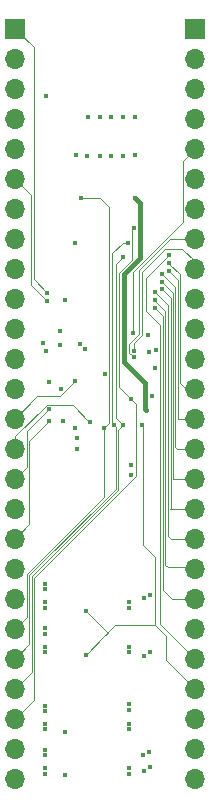
<source format=gbr>
%TF.GenerationSoftware,KiCad,Pcbnew,(5.1.7-0-10_14)*%
%TF.CreationDate,2020-11-21T21:11:40+00:00*%
%TF.ProjectId,carrier,63617272-6965-4722-9e6b-696361645f70,0.1*%
%TF.SameCoordinates,Original*%
%TF.FileFunction,Copper,L4,Bot*%
%TF.FilePolarity,Positive*%
%FSLAX46Y46*%
G04 Gerber Fmt 4.6, Leading zero omitted, Abs format (unit mm)*
G04 Created by KiCad (PCBNEW (5.1.7-0-10_14)) date 2020-11-21 21:11:40*
%MOMM*%
%LPD*%
G01*
G04 APERTURE LIST*
%TA.AperFunction,ComponentPad*%
%ADD10O,1.700000X1.700000*%
%TD*%
%TA.AperFunction,ComponentPad*%
%ADD11R,1.700000X1.700000*%
%TD*%
%TA.AperFunction,ViaPad*%
%ADD12C,0.450000*%
%TD*%
%TA.AperFunction,Conductor*%
%ADD13C,0.450000*%
%TD*%
%TA.AperFunction,Conductor*%
%ADD14C,0.100000*%
%TD*%
G04 APERTURE END LIST*
D10*
%TO.P,J2,26*%
%TO.N,ext_vddio*%
X76350000Y-114290000D03*
%TO.P,J2,25*%
%TO.N,ext_1v8*%
X76350000Y-111750000D03*
%TO.P,J2,24*%
%TO.N,ext_3v3*%
X76350000Y-109210000D03*
%TO.P,J2,23*%
%TO.N,gpio*%
X76350000Y-106670000D03*
%TO.P,J2,22*%
%TO.N,resetb*%
X76350000Y-104130000D03*
%TO.P,J2,21*%
%TO.N,clock*%
X76350000Y-101590000D03*
%TO.P,J2,20*%
%TO.N,mprj_io[0]*%
X76350000Y-99050000D03*
%TO.P,J2,19*%
%TO.N,mprj_io[1]*%
X76350000Y-96510000D03*
%TO.P,J2,18*%
%TO.N,mprj_io[2]*%
X76350000Y-93970000D03*
%TO.P,J2,17*%
%TO.N,mprj_io[3]*%
X76350000Y-91430000D03*
%TO.P,J2,16*%
%TO.N,mprj_io[4]*%
X76350000Y-88890000D03*
%TO.P,J2,15*%
%TO.N,mprj_io[5]*%
X76350000Y-86350000D03*
%TO.P,J2,14*%
%TO.N,mprj_io[6]*%
X76350000Y-83810000D03*
%TO.P,J2,13*%
%TO.N,mprj_io[7]*%
X76350000Y-81270000D03*
%TO.P,J2,12*%
%TO.N,mprj_io[8]*%
X76350000Y-78730000D03*
%TO.P,J2,11*%
%TO.N,mprj_io[9]*%
X76350000Y-76190000D03*
%TO.P,J2,10*%
%TO.N,mprj_io[10]*%
X76350000Y-73650000D03*
%TO.P,J2,9*%
%TO.N,mprj_io[11]*%
X76350000Y-71110000D03*
%TO.P,J2,8*%
%TO.N,mprj_io[12]*%
X76350000Y-68570000D03*
%TO.P,J2,7*%
%TO.N,mprj_io[13]*%
X76350000Y-66030000D03*
%TO.P,J2,6*%
%TO.N,mprj_io[14]*%
X76350000Y-63490000D03*
%TO.P,J2,5*%
%TO.N,mprj_io[15]*%
X76350000Y-60950000D03*
%TO.P,J2,4*%
%TO.N,mprj_io[16]*%
X76350000Y-58410000D03*
%TO.P,J2,3*%
%TO.N,mprj_io[17]*%
X76350000Y-55870000D03*
%TO.P,J2,2*%
%TO.N,mprj_io[18]*%
X76350000Y-53330000D03*
D11*
%TO.P,J2,1*%
%TO.N,+5V*%
X76350000Y-50790000D03*
%TD*%
D10*
%TO.P,J1,26*%
%TO.N,GND*%
X61110000Y-114290000D03*
%TO.P,J1,25*%
%TO.N,Net-(J1-Pad25)*%
X61110000Y-111750000D03*
%TO.P,J1,24*%
%TO.N,flash_clk*%
X61110000Y-109210000D03*
%TO.P,J1,23*%
%TO.N,flash_io1*%
X61110000Y-106670000D03*
%TO.P,J1,22*%
%TO.N,flash_io0*%
X61110000Y-104130000D03*
%TO.P,J1,21*%
%TO.N,flash_csb*%
X61110000Y-101590000D03*
%TO.P,J1,20*%
%TO.N,GND*%
X61110000Y-99050000D03*
%TO.P,J1,19*%
%TO.N,mprj_io[37]*%
X61110000Y-96510000D03*
%TO.P,J1,18*%
%TO.N,mprj_io[36]*%
X61110000Y-93970000D03*
%TO.P,J1,17*%
%TO.N,mprj_io[35]*%
X61110000Y-91430000D03*
%TO.P,J1,16*%
%TO.N,mprj_io[34]*%
X61110000Y-88890000D03*
%TO.P,J1,15*%
%TO.N,mprj_io[33]*%
X61110000Y-86350000D03*
%TO.P,J1,14*%
%TO.N,mprj_io[32]*%
X61110000Y-83810000D03*
%TO.P,J1,13*%
%TO.N,mprj_io[31]*%
X61110000Y-81270000D03*
%TO.P,J1,12*%
%TO.N,mprj_io[30]*%
X61110000Y-78730000D03*
%TO.P,J1,11*%
%TO.N,mprj_io[29]*%
X61110000Y-76190000D03*
%TO.P,J1,10*%
%TO.N,mprj_io[28]*%
X61110000Y-73650000D03*
%TO.P,J1,9*%
%TO.N,mprj_io[27]*%
X61110000Y-71110000D03*
%TO.P,J1,8*%
%TO.N,mprj_io[26]*%
X61110000Y-68570000D03*
%TO.P,J1,7*%
%TO.N,mprj_io[25]*%
X61110000Y-66030000D03*
%TO.P,J1,6*%
%TO.N,mprj_io[24]*%
X61110000Y-63490000D03*
%TO.P,J1,5*%
%TO.N,mprj_io[23]*%
X61110000Y-60950000D03*
%TO.P,J1,4*%
%TO.N,mprj_io[22]*%
X61110000Y-58410000D03*
%TO.P,J1,3*%
%TO.N,mprj_io[21]*%
X61110000Y-55870000D03*
%TO.P,J1,2*%
%TO.N,mprj_io[20]*%
X61110000Y-53330000D03*
D11*
%TO.P,J1,1*%
%TO.N,mprj_io[19]*%
X61110000Y-50790000D03*
%TD*%
D12*
%TO.N,vdda*%
X72480000Y-112000000D03*
%TO.N,flash_csb*%
X68680000Y-84600000D03*
%TO.N,vdda*%
X71270000Y-65095000D03*
%TO.N,vddio*%
X72530000Y-113300000D03*
X72030000Y-113600000D03*
%TO.N,vccd1*%
X72530000Y-103600000D03*
X72030000Y-103900000D03*
%TO.N,vdda1*%
X72530000Y-98750000D03*
X72030000Y-99000000D03*
%TO.N,GND*%
X63630000Y-113850000D03*
X70780000Y-113400000D03*
X63680000Y-113400000D03*
X70730000Y-113850000D03*
%TO.N,+5V*%
X63630000Y-112300000D03*
X63680000Y-111850000D03*
%TO.N,GND*%
X63630000Y-110100000D03*
X70780000Y-109650000D03*
X63680000Y-109650000D03*
X70730000Y-110100000D03*
%TO.N,+5V*%
X63630000Y-108550000D03*
X63680000Y-108100000D03*
%TO.N,GND*%
X63630000Y-103550000D03*
X70780000Y-103100000D03*
X63680000Y-103100000D03*
X70730000Y-103550000D03*
%TO.N,+5V*%
X63630000Y-102000000D03*
X63680000Y-101550000D03*
X63630000Y-98250000D03*
X63680000Y-97800000D03*
%TO.N,vdda1*%
X72430000Y-78200000D03*
%TO.N,GND*%
X67005000Y-77875000D03*
X63730000Y-78100000D03*
%TO.N,vddio*%
X64930000Y-77550000D03*
%TO.N,vccd1*%
X64930000Y-76400000D03*
%TO.N,GND*%
X63980000Y-80725000D03*
%TO.N,vdda1*%
X64980000Y-81275000D03*
%TO.N,GND*%
X72730000Y-81900000D03*
%TO.N,vdda*%
X72230000Y-83050000D03*
%TO.N,GND*%
X68730000Y-80000000D03*
X70780000Y-99350000D03*
X70730000Y-99800000D03*
X63680000Y-99350000D03*
X63630000Y-99800000D03*
X70930000Y-88550000D03*
X70930000Y-87750000D03*
X65155000Y-84025000D03*
X66190000Y-68905000D03*
X66605000Y-77475000D03*
X63455010Y-77400000D03*
X71230000Y-61500000D03*
X73030000Y-78000000D03*
X72980010Y-79500000D03*
%TO.N,resetb*%
X74130000Y-69950000D03*
%TO.N,mprj_io[6]*%
X74130000Y-71300000D03*
%TO.N,mprj_io[5]*%
X73530000Y-71550000D03*
%TO.N,mprj_io[4]*%
X73530000Y-72200000D03*
%TO.N,mprj_io[3]*%
X73530000Y-72850000D03*
%TO.N,mprj_io[2]*%
X72930000Y-73100000D03*
%TO.N,mprj_io[1]*%
X72930000Y-73750000D03*
%TO.N,mprj_io[0]*%
X72930000Y-74400000D03*
%TO.N,mprj_io[7]*%
X74130000Y-70650000D03*
%TO.N,vddio*%
X65330000Y-73800000D03*
%TO.N,vccd*%
X70730000Y-108000000D03*
X70730000Y-108500000D03*
%TO.N,flash_io1*%
X70230000Y-84350000D03*
%TO.N,gpio*%
X71880000Y-84350000D03*
%TO.N,mprj_io[24]*%
X63855000Y-73850000D03*
%TO.N,mprj_io[19]*%
X63855000Y-73125000D03*
%TO.N,mprj_io[32]*%
X66205000Y-80625000D03*
%TO.N,vccd*%
X66155000Y-84575000D03*
%TO.N,vdda*%
X66330000Y-85450000D03*
X66330000Y-86350000D03*
%TO.N,+5V*%
X65330000Y-114000000D03*
X65330000Y-110300000D03*
X63730000Y-56500000D03*
%TO.N,mprj_io[11]*%
X71155000Y-78050000D03*
%TO.N,vdda*%
X71980000Y-112250000D03*
%TO.N,vccd1*%
X72330000Y-76700000D03*
%TO.N,vddio*%
X66230000Y-61500000D03*
%TO.N,gpio*%
X67080000Y-103800000D03*
X67080000Y-100050000D03*
%TO.N,flash_io0*%
X70655000Y-68900000D03*
X69454990Y-84350000D03*
%TO.N,flash_csb*%
X66680000Y-65100000D03*
%TO.N,flash_io1*%
X70280000Y-70100000D03*
%TO.N,resetb*%
X71280000Y-58300000D03*
%TO.N,mprj_io[2]*%
X68280000Y-61550000D03*
%TO.N,mprj_io[1]*%
X67280000Y-58300000D03*
%TO.N,mprj_io[36]*%
X64005000Y-84025000D03*
%TO.N,mprj_io[4]*%
X69230000Y-61550000D03*
%TO.N,mprj_io[3]*%
X68280000Y-58300000D03*
%TO.N,flash_clk*%
X70930000Y-82100000D03*
X71180000Y-67650000D03*
%TO.N,mprj_io[33]*%
X67430004Y-84050000D03*
%TO.N,mprj_io[34]*%
X63954998Y-83025000D03*
%TO.N,mprj_io[6]*%
X70280000Y-61550000D03*
%TO.N,mprj_io[5]*%
X69230000Y-58300000D03*
%TO.N,mprj_io[0]*%
X67230000Y-61550000D03*
%TO.N,mprj_io[7]*%
X70280000Y-58300000D03*
%TO.N,mprj_io[12]*%
X71180000Y-78624990D03*
%TO.N,mprj_io[15]*%
X71080000Y-76575010D03*
%TD*%
D13*
%TO.N,vdda*%
X71730001Y-70180343D02*
X71730001Y-65555001D01*
X72130000Y-80800000D02*
X70330000Y-79000000D01*
X71730001Y-65555001D02*
X71270000Y-65095000D01*
X72130000Y-82950000D02*
X72130000Y-80800000D01*
X72230000Y-83050000D02*
X72130000Y-82950000D01*
X70330000Y-71580344D02*
X71730001Y-70180343D01*
X70330000Y-79000000D02*
X70330000Y-71580344D01*
D14*
%TO.N,gpio*%
X68680000Y-102200000D02*
X67080000Y-103800000D01*
X72930000Y-95500000D02*
X72930000Y-101250000D01*
X71930000Y-94500000D02*
X72930000Y-95500000D01*
X72930000Y-101250000D02*
X73880000Y-102200000D01*
X71930000Y-84400000D02*
X71930000Y-94500000D01*
X71880000Y-84350000D02*
X71930000Y-84400000D01*
X69580000Y-101300000D02*
X68680000Y-102200000D01*
X72980000Y-101300000D02*
X69580000Y-101300000D01*
X73880000Y-102200000D02*
X72980000Y-101300000D01*
X68955000Y-101925000D02*
X67080000Y-100050000D01*
X68680000Y-102200000D02*
X68955000Y-101925000D01*
X73880000Y-104200000D02*
X76350000Y-106670000D01*
X73880000Y-102200000D02*
X73880000Y-104200000D01*
%TO.N,flash_io0*%
X69630000Y-89750000D02*
X69630000Y-84525010D01*
X62330000Y-102910000D02*
X62330000Y-97050000D01*
X61110000Y-104130000D02*
X62330000Y-102910000D01*
X69630000Y-84525010D02*
X69454990Y-84350000D01*
X62330000Y-97050000D02*
X69630000Y-89750000D01*
X70230000Y-68900000D02*
X70655000Y-68900000D01*
X69330000Y-69800000D02*
X70230000Y-68900000D01*
X69330000Y-84225010D02*
X69330000Y-69800000D01*
X69454990Y-84350000D02*
X69330000Y-84225010D01*
%TO.N,flash_csb*%
X69105001Y-70474999D02*
X69105001Y-70400000D01*
X68280000Y-65100000D02*
X66680000Y-65100000D01*
X69105001Y-65925001D02*
X68280000Y-65100000D01*
X69105001Y-70474999D02*
X69105001Y-65925001D01*
X62110001Y-100589999D02*
X61110000Y-101590000D01*
X68680000Y-84600000D02*
X68680000Y-90417142D01*
X68680000Y-90417142D02*
X62110001Y-96987141D01*
X62110001Y-96987141D02*
X62110001Y-100589999D01*
X69105001Y-84174999D02*
X69105001Y-70474999D01*
X68680000Y-84600000D02*
X69105001Y-84174999D01*
%TO.N,resetb*%
X72204999Y-71875001D02*
X74130000Y-69950000D01*
X73405001Y-75875001D02*
X72204999Y-74674999D01*
X73405001Y-101185001D02*
X73405001Y-75875001D01*
X72204999Y-74674999D02*
X72204999Y-71875001D01*
X76350000Y-104130000D02*
X73405001Y-101185001D01*
%TO.N,mprj_io[2]*%
X74030000Y-74200000D02*
X73030000Y-73200000D01*
X74030000Y-93724979D02*
X74030000Y-74200000D01*
X74275021Y-93970000D02*
X74030000Y-93724979D01*
X76350000Y-93970000D02*
X74275021Y-93970000D01*
%TO.N,mprj_io[1]*%
X73830000Y-96200000D02*
X73830000Y-74700000D01*
X73830000Y-74700000D02*
X72830000Y-73700000D01*
X76350000Y-96510000D02*
X76350000Y-96680000D01*
X76350000Y-96680000D02*
X76070000Y-96400000D01*
X74030000Y-96400000D02*
X73830000Y-96200000D01*
X76070000Y-96400000D02*
X74030000Y-96400000D01*
%TO.N,flash_io1*%
X69830000Y-84750000D02*
X70230000Y-84350000D01*
X69830000Y-89850000D02*
X69830000Y-84750000D01*
X62530010Y-97149990D02*
X69830000Y-89850000D01*
X62530010Y-105249990D02*
X62530010Y-97149990D01*
X61110000Y-106670000D02*
X62530010Y-105249990D01*
X69630000Y-70750000D02*
X70280000Y-70100000D01*
X69630000Y-83750000D02*
X69630000Y-70750000D01*
X70230000Y-84350000D02*
X69630000Y-83750000D01*
%TO.N,mprj_io[36]*%
X62330000Y-92750000D02*
X62330000Y-85700000D01*
X62330000Y-85700000D02*
X64005000Y-84025000D01*
X61110000Y-93970000D02*
X62330000Y-92750000D01*
%TO.N,mprj_io[4]*%
X74480000Y-88850000D02*
X74480000Y-73150000D01*
X74520000Y-88890000D02*
X74480000Y-88850000D01*
X74480000Y-73150000D02*
X73530000Y-72200000D01*
X76350000Y-88890000D02*
X74520000Y-88890000D01*
%TO.N,mprj_io[3]*%
X74280000Y-73600000D02*
X73530000Y-72850000D01*
X74280000Y-91410000D02*
X74280000Y-73600000D01*
X74260000Y-91430000D02*
X74280000Y-91410000D01*
X76350000Y-91430000D02*
X74260000Y-91430000D01*
%TO.N,flash_clk*%
X62730020Y-107589980D02*
X61110000Y-109210000D01*
X62730020Y-97299980D02*
X62730020Y-107589980D01*
X71380000Y-88650000D02*
X62730020Y-97299980D01*
X71380000Y-82550000D02*
X71380000Y-88650000D01*
X69930000Y-81100000D02*
X71380000Y-82550000D01*
X69930000Y-71450000D02*
X69930000Y-81100000D01*
X71030001Y-67749999D02*
X71030001Y-70349999D01*
X71180000Y-67650000D02*
X71130000Y-67650000D01*
X71130000Y-67650000D02*
X71030001Y-67749999D01*
X71030001Y-70349999D02*
X69930000Y-71450000D01*
%TO.N,mprj_io[33]*%
X61110000Y-85314996D02*
X61110000Y-86350000D01*
X66004999Y-82649999D02*
X63774997Y-82649999D01*
X67405000Y-84050000D02*
X66004999Y-82649999D01*
X63774997Y-82649999D02*
X61110000Y-85314996D01*
X67430004Y-84050000D02*
X67405000Y-84050000D01*
%TO.N,mprj_io[34]*%
X62130000Y-84849998D02*
X63954998Y-83025000D01*
X62130000Y-87870000D02*
X62130000Y-84849998D01*
X61110000Y-88890000D02*
X62130000Y-87870000D01*
%TO.N,mprj_io[6]*%
X74880000Y-72050000D02*
X74130000Y-71300000D01*
X74880000Y-83774939D02*
X74880000Y-72050000D01*
X74915061Y-83810000D02*
X74880000Y-83774939D01*
X76350000Y-83810000D02*
X74915061Y-83810000D01*
%TO.N,mprj_io[5]*%
X74680000Y-72700000D02*
X73530000Y-71550000D01*
X74680000Y-86174949D02*
X74680000Y-72700000D01*
X74855051Y-86350000D02*
X74680000Y-86174949D01*
X76350000Y-86350000D02*
X74855051Y-86350000D01*
%TO.N,mprj_io[0]*%
X76350000Y-99050000D02*
X76280000Y-99050000D01*
X73630000Y-75100000D02*
X72930000Y-74400000D01*
X73630000Y-98300000D02*
X73630000Y-75100000D01*
X74380000Y-99050000D02*
X73630000Y-98300000D01*
X76350000Y-99050000D02*
X74380000Y-99050000D01*
%TO.N,mprj_io[32]*%
X61110000Y-83039998D02*
X61110000Y-83810000D01*
X64905001Y-81924999D02*
X66205000Y-80625000D01*
X62995001Y-81924999D02*
X64905001Y-81924999D01*
X61110000Y-83810000D02*
X62995001Y-81924999D01*
%TO.N,mprj_io[7]*%
X75080000Y-80800000D02*
X75080000Y-71600000D01*
X75080000Y-71600000D02*
X74180000Y-70700000D01*
X75550000Y-81270000D02*
X75080000Y-80800000D01*
X74180000Y-70700000D02*
X74130000Y-70700000D01*
X76350000Y-81270000D02*
X75550000Y-81270000D01*
%TO.N,mprj_io[12]*%
X76320000Y-68600000D02*
X76350000Y-68570000D01*
X74230000Y-68600000D02*
X76320000Y-68600000D01*
X71580000Y-71250000D02*
X74230000Y-68600000D01*
X71580000Y-76650000D02*
X71580000Y-71250000D01*
X70779999Y-77450001D02*
X71580000Y-76650000D01*
X71180000Y-78624990D02*
X70980011Y-78425001D01*
X70779999Y-78230001D02*
X70779999Y-77450001D01*
X70974999Y-78425001D02*
X70779999Y-78230001D01*
X70980011Y-78425001D02*
X70974999Y-78425001D01*
%TO.N,mprj_io[11]*%
X76350000Y-70470000D02*
X76350000Y-71110000D01*
X73830000Y-69400000D02*
X75280000Y-69400000D01*
X71830000Y-71400000D02*
X73830000Y-69400000D01*
X71155000Y-77375000D02*
X71830000Y-76700000D01*
X71830000Y-76700000D02*
X71830000Y-71400000D01*
X75280000Y-69400000D02*
X76350000Y-70470000D01*
X71155000Y-78050000D02*
X71155000Y-77375000D01*
%TO.N,mprj_io[24]*%
X62479990Y-72474990D02*
X62479990Y-64859990D01*
X62479990Y-64859990D02*
X61110000Y-63490000D01*
X63855000Y-73850000D02*
X62479990Y-72474990D01*
%TO.N,mprj_io[15]*%
X75349999Y-61950001D02*
X76350000Y-60950000D01*
X75349999Y-67130001D02*
X75349999Y-61950001D01*
X71080000Y-71400000D02*
X75349999Y-67130001D01*
X71080000Y-76575010D02*
X71080000Y-71400000D01*
%TO.N,mprj_io[19]*%
X62680000Y-71950000D02*
X62680000Y-52360000D01*
X62680000Y-52360000D02*
X61110000Y-50790000D01*
X63855000Y-73125000D02*
X62680000Y-71950000D01*
%TD*%
M02*

</source>
